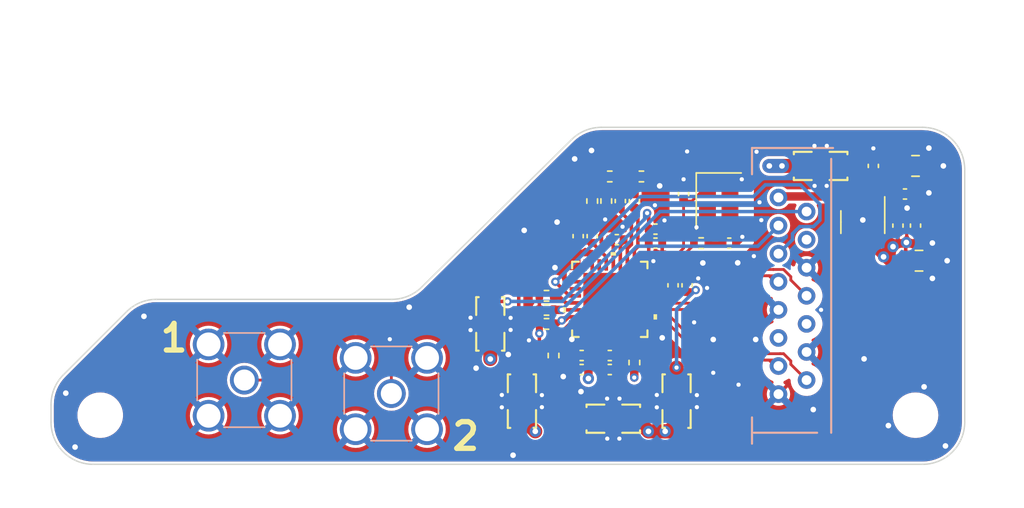
<source format=kicad_pcb>
(kicad_pcb (version 20211014) (generator pcbnew)
  (layers (0 "F.Cu" signal) (1 "In1.Cu" signal) (2 "In2.Cu" signal) (31 "B.Cu" signal) (34 "B.Paste" user) (35 "F.Paste" user) (36 "B.SilkS" user "B.Silkscreen") (37 "F.SilkS" user "F.Silkscreen") (38 "B.Mask" user) (39 "F.Mask" user) (44 "Edge.Cuts" user))
  (net 0 "")
  (net 1 "GND")
  (net 2 "+3V3")
  (net 3 "+1V8")
  (net 4 "Net-(C13-Pad2)")
  (net 5 "Net-(C13-Pad1)")
  (net 6 "video1")
  (net 7 "video5")
  (net 8 "video2")
  (net 9 "video6")
  (net 10 "video3")
  (net 14 "video7")
  (net 15 "video4")
  (net 16 "video8")
  (net 17 "CD0-")
  (net 18 "CD0+")
  (net 19 "CD1-")
  (net 20 "CD1+")
  (net 21 "CLK-")
  (net 22 "CLK+")
  (net 23 "PWR_EN")
  (net 24 "LED_EN")
  (net 25 "SCL")
  (net 26 "SDA")
  (net 27 "video_in2")
  (net 28 "video_in1")
  (net 29 "XN")
  (net 30 "XP")
  (net 31 "DVDDIO")
  (net 32 "MVDD")
  (net 33 "DVDD")
  (net 34 "PVDD")
  (net 35 "AVDD")
  (net 36 "INTRQ")
  (net 37 "Net-(R23-Pad1)")
  (net 38 "Net-(R2-Pad2)")
  (net 39 "Net-(R7-Pad2)")
  (net 40 "Net-(U1-Pad29)")
  (net 41 "Net-(U1-Pad32)")
  (footprint "Resistor_SMD:R_0402_1005Metric" (layer "F.Cu") (at 140.25 65.75 -90)
    (fp_text reference "R26")
    (fp_text value "4.7k")
  )
  (footprint "Capacitor_SMD:C_0805_2012Metric" (layer "F.Cu") (at 160.25 51.75 180)
    (fp_text reference "C22")
    (fp_text value "100μF")
  )
  (footprint "Capacitor_SMD:C_0402_1005Metric" (layer "F.Cu") (at 141.75 56.25 180)
    (fp_text reference "C10")
    (fp_text value "0.1μF")
  )
  (footprint "Capacitor_SMD:C_0402_1005Metric" (layer "F.Cu") (at 136.5 65.25)
    (fp_text reference "C1")
    (fp_text value "0.01μF")
  )
  (footprint "Resistor_SMD:R_0402_1005Metric" (layer "F.Cu") (at 138.5 52.5)
    (fp_text reference "R2")
    (fp_text value "24")
  )
  (footprint "Capacitor_SMD:C_0402_1005Metric" (layer "F.Cu") (at 138.5 65.25 180)
    (fp_text reference "C6")
    (fp_text value "0.01μF")
  )
  (footprint "Resistor_SMD:R_0402_1005Metric" (layer "F.Cu") (at 134.5 65.25 90)
    (fp_text reference "R6")
    (fp_text value "4.7k")
  )
  (footprint "AU:NFE31PT101C1E9L_MUR" (layer "F.Cu") (at 138.75 69.75)
    (fp_text reference "F3")
    (fp_text value "LC(PI)")
  )
  (footprint "Capacitor_SMD:C_0402_1005Metric" (layer "F.Cu") (at 139.25 54.25 90)
    (fp_text reference "C16")
    (fp_text value "0.1μF")
  )
  (footprint "Capacitor_SMD:C_0402_1005Metric" (layer "F.Cu") (at 159 56 -90)
    (fp_text reference "C26")
    (fp_text value "0.1μF")
  )
  (footprint "Package_TO_SOT_SMD:SOT-23-5" (layer "F.Cu") (at 156.5 55.75 -90)
    (fp_text reference "U2")
    (fp_text value "TLV75718PDBV")
  )
  (footprint "Resistor_SMD:R_0402_1005Metric" (layer "F.Cu") (at 140.75 52.5)
    (fp_text reference "R3")
    (fp_text value "51")
  )
  (footprint "Capacitor_SMD:C_0402_1005Metric" (layer "F.Cu") (at 139 57 180)
    (fp_text reference "C13")
    (fp_text value "0.1μF")
  )
  (footprint "Capacitor_SMD:C_0402_1005Metric" (layer "F.Cu") (at 140.25 54.25 90)
    (fp_text reference "C14")
    (fp_text value "0.1μF")
  )
  (footprint "AU:NFE31PT101C1E9L_MUR" (layer "F.Cu") (at 143.25 68.5 -90)
    (fp_text reference "F2")
    (fp_text value "LC(PI)")
  )
  (footprint "AU:NFE31PT101C1E9L_MUR" (layer "F.Cu") (at 130 63 -90)
    (fp_text reference "F4")
    (fp_text value "LC(PI)")
  )
  (footprint "Resistor_SMD:R_0402_1005Metric" (layer "F.Cu") (at 137.25 54.25 90)
    (fp_text reference "R7")
    (fp_text value "24")
  )
  (footprint "Capacitor_SMD:C_0402_1005Metric" (layer "F.Cu") (at 143.75 53.75 -90)
    (fp_text reference "C4")
    (fp_text value "20pF")
  )
  (footprint "Resistor_SMD:R_0402_1005Metric" (layer "F.Cu") (at 145 57.25 180)
    (fp_text reference "R23")
    (fp_text value "560")
  )
  (footprint "Resistor_SMD:R_0402_1005Metric" (layer "F.Cu") (at 138.25 54.25 -90)
    (fp_text reference "R9")
    (fp_text value "51")
  )
  (footprint "Capacitor_SMD:C_0805_2012Metric" (layer "F.Cu") (at 160.5 58.5 180)
    (fp_text reference "C23")
    (fp_text value "100μF")
  )
  (footprint "Capacitor_SMD:C_0402_1005Metric" (layer "F.Cu") (at 157.25 51.75 -90)
    (fp_text reference "C25")
    (fp_text value "0.1μF")
  )
  (footprint "Resistor_SMD:R_0402_1005Metric" (layer "F.Cu") (at 134 63 180)
    (fp_text reference "R24")
    (fp_text value "4.7k")
  )
  (footprint "AU:NFE31PT101C1E9L_MUR" (layer "F.Cu") (at 153.5 51.75)
    (fp_text reference "F1")
    (fp_text value "LC(PI)")
  )
  (footprint "Capacitor_SMD:C_0402_1005Metric" (layer "F.Cu") (at 143 60.25 -90)
    (fp_text reference "C3")
    (fp_text value "0.01μF")
  )
  (footprint "Capacitor_SMD:C_0402_1005Metric" (layer "F.Cu") (at 137.25 56.75 -90)
    (fp_text reference "C11")
    (fp_text value "0.01μF")
  )
  (footprint "Capacitor_SMD:C_0402_1005Metric" (layer "F.Cu") (at 136.25 56.75 -90)
    (fp_text reference "C12")
    (fp_text value "0.1μF")
  )
  (footprint "AU:CP_32_12_ADI" (layer "F.Cu") (at 138.5 61.25 90)
    (fp_text reference "U1")
    (fp_text value "ADV7280AWBCPZ-M")
  )
  (footprint "Resistor_SMD:R_0402_1005Metric" (layer "F.Cu") (at 134 62 180)
    (fp_text reference "R25")
    (fp_text value "4.7k")
  )
  (footprint "Resistor_SMD:R_0402_1005Metric" (layer "F.Cu") (at 134 61 180)
    (fp_text reference "R1")
    (fp_text value "4.7k")
  )
  (footprint "AU:NFE31PT101C1E9L_MUR" (layer "F.Cu") (at 132.25 68.5 -90)
    (fp_text reference "F5")
    (fp_text value "LC(PI)")
  )
  (footprint "Capacitor_SMD:C_0402_1005Metric" (layer "F.Cu") (at 160.25 56 -90)
    (fp_text reference "C27")
    (fp_text value "0.01μF")
  )
  (footprint "Capacitor_SMD:C_0402_1005Metric" (layer "F.Cu") (at 144 60.25 -90)
    (fp_text reference "C5")
    (fp_text value "0.1μF")
  )
  (footprint "Capacitor_SMD:C_0402_1005Metric" (layer "F.Cu") (at 136.5 66.25)
    (fp_text reference "C2")
    (fp_text value "0.1μF")
  )
  (footprint "Capacitor_SMD:C_0402_1005Metric" (layer "F.Cu") (at 141.75 57.25 180)
    (fp_text reference "C9")
    (fp_text value "0.01μF")
  )
  (footprint "Capacitor_SMD:C_0402_1005Metric" (layer "F.Cu") (at 147 57.25 180)
    (fp_text reference "C7")
    (fp_text value "20pF")
  )
  (footprint "Capacitor_SMD:C_0402_1005Metric" (layer "F.Cu") (at 138.5 66.25 180)
    (fp_text reference "C8")
    (fp_text value "0.1μF")
  )
  (footprint "Capacitor_SMD:C_0402_1005Metric" (layer "F.Cu") (at 159.5 53.75 180)
    (fp_text reference "C24")
    (fp_text value "0.01μF")
  )
  (footprint "Crystal:Crystal_SMD_SeikoEpson_FA238-4Pin_3.2x2.5mm" (layer "F.Cu") (at 146.25 54.25 -90)
    (fp_text reference "Y1")
    (fp_text value "28.63636MHz")
  )
  (footprint "AU:PIZERO_OUTLINE" (layer "B.Cu") (at 131.25 58 180)
    (fp_text reference "REF**")
    (fp_text value "MODULE_ADA3708")
    (fp_line (start -29.5 -15) (end 29.5 -15) (layer "Edge.Cuts") (width 0.1))
    (fp_arc (start 29.5 -15) (mid 31.62132 -14.12132) (end 32.5 -12) (layer "Edge.Cuts") (width 0.1))
    (fp_arc (start -32.5 -12) (mid -31.62132 -14.12132) (end -29.5 -15) (layer "Edge.Cuts") (width 0.1))
  )
  (footprint "AU:528061510" (layer "B.Cu") (at 151.5 61 90)
    (fp_text reference "J3")
    (fp_text value "SFW15R-1STE1LF")
  )
  (footprint "Connector_Coaxial:SMA_Amphenol_901-144_Vertical" (layer "B.Cu") (at 122.96 67.96 90)
    (fp_text reference "J2")
    (fp_text value "Conn_Coaxial")
  )
  (footprint "Connector_Coaxial:SMA_Amphenol_901-144_Vertical" (layer "B.Cu") (at 112.5 67 90)
    (fp_text reference "J1")
    (fp_text value "Conn_Coaxial")
  )
  (gr_line (start 135.77673 49.87868) (end 125.12132 60.37132) (layer "Edge.Cuts") (width 0.1))
  (gr_line (start 163.75 70) (end 163.75 52) (layer "Edge.Cuts") (width 0.1))
  (gr_arc (start 104.12868 62.12868) (mid 105.10195 61.478362) (end 106.25 61.25) (layer "Edge.Cuts") (width 0.1))
  (gr_line (start 98.75 70) (end 98.75 68.75) (layer "Edge.Cuts") (width 0.1))
  (gr_line (start 160.75 49) (end 137.89805 49) (layer "Edge.Cuts") (width 0.1))
  (gr_arc (start 160.75 49) (mid 162.87132 49.87868) (end 163.75 52) (layer "Edge.Cuts") (width 0.1))
  (gr_arc (start 135.77673 49.87868) (mid 136.75 49.228362) (end 137.89805 49) (layer "Edge.Cuts") (width 0.1))
  (gr_arc (start 125.12132 60.37132) (mid 124.14805 61.021638) (end 123 61.25) (layer "Edge.Cuts") (width 0.1))
  (gr_arc (start 98.75 68.75) (mid 98.978361 67.60195) (end 99.62868 66.62868) (layer "Edge.Cuts") (width 0.1))
  (gr_line (start 123 61.25) (end 106.25 61.25) (layer "Edge.Cuts") (width 0.1))
  (gr_line (start 104.12868 62.12868) (end 99.62868 66.62868) (layer "Edge.Cuts") (width 0.1))
  (gr_text "2" (at 128.25 71) (layer "F.SilkS") (effects (font (size 1.9 1.9) (thickness 0.38))))
  (gr_text "1" (at 107.5 64) (layer "F.SilkS") (effects (font (size 1.9 1.9) (thickness 0.38))))
  (segment (start 147.4423 53.15) (end 147.89 52.7023) (width 0.6) (layer "F.Cu") (net 1))
  (segment (start 147.05 53.15) (end 147.4423 53.15) (width 0.6) (layer "F.Cu") (net 1))
  (segment (start 138.75 68.76) (end 138.31 68.32) (width 0.5) (layer "F.Cu") (net 1))
  (segment (start 159.625 54.775) (end 159.625 55.475) (width 0.3) (layer "F.Cu") (net 1))
  (segment (start 153.5 50.76) (end 153.06 50.32) (width 0.5) (layer "F.Cu") (net 1))
  (segment (start 138.31 68.32) (end 139.19 68.32) (width 0.5) (layer "F.Cu") (net 1))
  (segment (start 153.5 50.76) (end 153.94 50.32) (width 0.5) (layer "F.Cu") (net 1))
  (segment (start 153.06 50.32) (end 153.94 50.32) (width 0.5) (layer "F.Cu") (net 1))
  (segment (start 138.75 70.74) (end 139.18 71.17) (width 0.5) (layer "F.Cu") (net 1))
  (segment (start 156.5 55.24) (end 156.06 55.68) (width 0.6) (layer "F.Cu") (net 1))
  (segment (start 156.5 54.6125) (end 156.5 55.6) (width 0.6) (layer "F.Cu") (net 1))
  (segment (start 138.64 64.68) (end 138.98 65.02) (width 0.25) (layer "F.Cu") (net 1))
  (segment (start 159.65 54.75) (end 159.625 54.775) (width 0.3) (layer "F.Cu") (net 1))
  (segment (start 144.265 68.5) (end 144.695 68.07) (width 0.5) (layer "F.Cu") (net 1))
  (segment (start 138.25 63.26) (end 138.55 62.96) (width 0.25) (layer "F.Cu") (net 1))
  (segment (start 132.25 68.5) (end 133.24 68.5) (width 0.5) (layer "F.Cu") (net 1))
  (segment (start 131.26 68.5) (end 130.82 68.06) (width 0.5) (layer "F.Cu") (net 1))
  (segment (start 143.275 68.5) (end 142.285 68.5) (width 0.5) (layer "F.Cu") (net 1))
  (segment (start 142.285 68.5) (end 141.845 68.06) (width 0.5) (layer "F.Cu") (net 1))
  (segment (start 156.5 54.6125) (end 156.5 55.24) (width 0.6) (layer "F.Cu") (net 1))
  (segment (start 141.845 68.94) (end 141.845 68.06) (width 0.5) (layer "F.Cu") (net 1))
  (segment (start 138.25 63.27) (end 137.99 63.01) (width 0.25) (layer "F.Cu") (net 1))
  (segment (start 128.595 63.44) (end 128.595 62.56) (width 0.5) (layer "F.Cu") (net 1))
  (segment (start 138.75 68.76) (end 139.19 68.32) (width 0.5) (layer "F.Cu") (net 1))
  (segment (start 130.025 63) (end 129.035 63) (width 0.5) (layer "F.Cu") (net 1))
  (segment (start 133.67 68.93) (end 133.67 68.07) (width 0.5) (layer "F.Cu") (net 1))
  (segment (start 144.68 56.12) (end 144.67 56.12) (width 0.6) (layer "F.Cu") (net 1))
  (segment (start 138.25 64.52) (end 138.98 65.25) (width 0.25) (layer "F.Cu") (net 1))
  (segment (start 143 59.77) (end 144 59.77) (width 0.25) (layer "F.Cu") (net 1))
  (segment (start 138.25 63.7011) (end 138.25 63.26) (width 0.25) (layer "F.Cu") (net 1))
  (segment (start 138.75 69.75) (end 138.75 68.76) (width 0.5) (layer "F.Cu") (net 1))
  (segment (start 138.25 63.7011) (end 138.25 64.52) (width 0.25) (layer "F.Cu") (net 1))
  (segment (start 129.035 63) (end 128.595 63.44) (width 0.5) (layer "F.Cu") (net 1))
  (segment (start 145.45 55.35) (end 144.68 56.12) (width 0.6) (layer "F.Cu") (net 1))
  (segment (start 142.39 55.63) (end 142.39 56.09) (width 0.6) (layer "F.Cu") (net 1))
  (segment (start 143.75 53.27) (end 143.75 52.7023) (width 0.5) (layer "F.Cu") (net 1))
  (segment (start 143.275 68.5) (end 144.265 68.5) (width 0.5) (layer "F.Cu") (net 1))
  (segment (start 136.750001 63.269999) (end 137.02 63) (width 0.25) (layer "F.Cu") (net 1))
  (segment (start 133.24 68.5) (end 133.67 68.07) (width 0.5) (layer "F.Cu") (net 1))
  (segment (start 138.98 65.02) (end 138.98 65.25) (width 0.25) (layer "F.Cu") (net 1))
  (segment (start 136.750001 63.7011) (end 136.750001 62.999999) (width 0.25) (layer "F.Cu") (net 1))
  (segment (start 129.035 63) (end 128.595 62.56) (width 0.5) (layer "F.Cu") (net 1))
  (segment (start 133.24 68.5) (end 133.67 68.93) (width 0.5) (layer "F.Cu") (net 1))
  (segment (start 142.39 55.63) (end 142.39 55.8) (width 0.6) (layer "F.Cu") (net 1))
  (segment (start 136.750001 62.999999) (end 138.5 61.25) (width 0.25) (layer "F.Cu") (net 1))
  (segment (start 147.7977 52.7023) (end 147.57 52.93) (width 0.6) (layer "F.Cu") (net 1))
  (segment (start 147.89 52.7023) (end 147.7977 52.7023) (width 0.6) (layer "F.Cu") (net 1))
  (segment (start 144.695 68.93) (end 144.695 68.07) (width 0.5) (layer "F.Cu") (net 1))
  (segment (start 138.25 61.5) (end 138.5 61.25) (width 0.25) (layer "F.Cu") (net 1))
  (segment (start 131.015 63) (end 131.445 63.43) (width 0.5) (layer "F.Cu") (net 1))
  (segment (start 153.5 52.74) (end 153.07 53.17) (width 0.5) (layer "F.Cu") (net 1))
  (segment (start 153.5 51.75) (end 153.5 50.76) (width 0.5) (layer "F.Cu") (net 1))
  (segment (start 131.445 63.43) (end 131.445 62.57) (width 0.5) (layer "F.Cu") (net 1))
  (segment (start 131.26 68.5) (end 130.82 68.94) (width 0.5) (layer "F.Cu") (net 1))
  (segment (start 156.5 55.24) (end 156.88 55.62) (width 0.6) (layer "F.Cu") (net 1))
  (segment (start 142.285 68.5) (end 141.845 68.94) (width 0.5) (layer "F.Cu") (net 1))
  (segment (start 131.015 63) (end 131.445 62.57) (width 0.5) (layer "F.Cu") (net 1))
  (segment (start 138.25 63.7011) (end 138.25 63.27) (width 0.25) (layer "F.Cu") (net 1))
  (segment (start 159 55.52) (end 160.25 55.52) (width 0.25) (layer "F.Cu") (net 1))
  (segment (start 130.025 63) (end 131.015 63) (width 0.5) (layer "F.Cu") (net 1))
  (segment (start 138.25 63.7011) (end 138.25 61.5) (width 0.25) (layer "F.Cu") (net 1))
  (segment (start 153.07 53.17) (end 153.93 53.17) (width 0.5) (layer "F.Cu") (net 1))
  (segment (start 142.39 56.09) (end 142.23 56.25) (width 0.6) (layer "F.Cu") (net 1))
  (segment (start 147.48 57.25) (end 147.93 56.8) (width 0.5) (layer "F.Cu") (net 1))
  (segment (start 132.25 68.5) (end 131.26 68.5) (width 0.5) (layer "F.Cu") (net 1))
  (segment (start 153.5 52.74) (end 153.93 53.17) (width 0.5) (layer "F.Cu") (net 1))
  (segment (start 138.75 69.75) (end 138.75 70.74) (width 0.5) (layer "F.Cu") (net 1))
  (segment (start 144.265 68.5) (end 144.695 68.93) (width 0.5) (layer "F.Cu") (net 1))
  (segment (start 153.5 51.75) (end 153.5 52.74) (width 0.5) (layer "F.Cu") (net 1))
  (segment (start 136.750001 63.7011) (end 136.750001 63.269999) (width 0.25) (layer "F.Cu") (net 1))
  (segment (start 138.75 70.74) (end 138.32 71.17) (width 0.5) (layer "F.Cu") (net 1))
  (via (at 157.25 50.5) (size 0.6) (drill 0.3) (layers "F.Cu" "B.Cu") (net 1))
  (via (at 130.82 68.94) (size 0.6) (drill 0.3) (layers "F.Cu" "B.Cu") (net 1))
  (via (at 99.8 67.93) (size 0.8) (drill 0.4) (layers "F.Cu" "B.Cu") (net 1))
  (via (at 159.65 54.75) (size 0.8) (drill 0.4) (layers "F.Cu" "B.Cu") (net 1))
  (via (at 145.42 60.44) (size 0.6) (drill 0.3) (layers "F.Cu" "B.Cu") (net 1))
  (via (at 148.94 50.74) (size 0.6) (drill 0.3) (layers "F.Cu" "B.Cu") (net 1))
  (via (at 136 51.25) (size 0.8) (drill 0.4) (layers "F.Cu" "B.Cu") (net 1))
  (via (at 161.2 53.67) (size 0.8) (drill 0.4) (layers "F.Cu" "B.Cu") (net 1))
  (via (at 139.19 68.32) (size 0.6) (drill 0.3) (layers "F.Cu" "B.Cu") (net 1))
  (via (at 135.19 66.75) (size 0.8) (drill 0.4) (layers "F.Cu" "B.Cu") (net 1))
  (via (at 141.6 58.53) (size 0.6) (drill 0.3) (layers "F.Cu" "B.Cu") (net 1))
  (via (at 134.75 55.75) (size 0.8) (drill 0.4) (layers "F.Cu" "B.Cu") (net 1))
  (via (at 133.67 68.93) (size 0.6) (drill 0.3) (layers "F.Cu" "B.Cu") (net 1))
  (via (at 132.41 56.34) (size 0.8) (drill 0.4) (layers "F.Cu" "B.Cu") (net 1))
  (via (at 158.32 70.24) (size 0.8) (drill 0.4) (layers "F.Cu" "B.Cu") (net 1))
  (via (at 145.86 66.48) (size 0.6) (drill 0.3) (layers "F.Cu" "B.Cu") (net 1))
  (via (at 134.6 58.99) (size 0.8) (drill 0.4) (layers "F.Cu" "B.Cu") (net 1))
  (via (at 142.23 63.99) (size 0.8) (drill 0.4) (layers "F.Cu" "B.Cu") (net 1))
  (via (at 156.5 55.6) (size 0.8) (drill 0.4) (layers "F.Cu" "B.Cu") (net 1))
  (via (at 128.595 63.44) (size 0.6) (drill 0.3) (layers "F.Cu" "B.Cu") (net 1))
  (via (at 141.845 68.06) (size 0.6) (drill 0.3) (layers "F.Cu" "B.Cu") (net 1))
  (via (at 147.6 58.65) (size 0.8) (drill 0.4) (layers "F.Cu" "B.Cu") (net 1))
  (via (at 144.695 68.07) (size 0.6) (drill 0.3) (layers "F.Cu" "B.Cu") (net 1))
  (via (at 160.86 67.48) (size 0.8) (drill 0.4) (layers "F.Cu" "B.Cu") (net 1))
  (via (at 161.2 50.48) (size 0.8) (drill 0.4) (layers "F.Cu" "B.Cu") (net 1))
  (via (at 105.36 62.46) (size 0.8) (drill 0.4) (layers "F.Cu" "B.Cu") (net 1))
  (via (at 144.5 62.89) (size 0.6) (drill 0.3) (layers "F.Cu" "B.Cu") (net 1))
  (via (at 162.38 71.69) (size 0.8) (drill 0.4) (layers "F.Cu" "B.Cu") (net 1))
  (via (at 137.2 50.65) (size 0.8) (drill 0.4) (layers "F.Cu" "B.Cu") (net 1))
  (via (at 130.82 68.06) (size 0.6) (drill 0.3) (layers "F.Cu" "B.Cu") (net 1))
  (via (at 139.18 71.17) (size 0.6) (drill 0.3) (layers "F.Cu" "B.Cu") (net 1))
  (via (at 153.93 53.17) (size 0.6) (drill 0.3) (layers "F.Cu" "B.Cu") (net 1))
  (via (at 128.595 62.56) (size 0.6) (drill 0.3) (layers "F.Cu" "B.Cu") (net 1))
  (via (at 144 50.72) (size 0.6) (drill 0.3) (layers "F.Cu" "B.Cu") (net 1))
  (via (at 143.75 52.7023) (size 0.6) (drill 0.3) (layers "F.Cu" "B.Cu") (net 1))
  (via (at 149.15 54.34) (size 0.6) (drill 0.3) (layers "F.Cu" "B.Cu") (net 1))
  (via (at 132.75 64.17) (size 0.6) (drill 0.3) (layers "F.Cu" "B.Cu") (net 1))
  (via (at 131.445 63.43) (size 0.6) (drill 0.3) (layers "F.Cu" "B.Cu") (net 1))
  (via (at 133.67 68.07) (size 0.6) (drill 0.3) (layers "F.Cu" "B.Cu") (net 1))
  (via (at 138.17 55.56) (size 0.6) (drill 0.3) (layers "F.Cu" "B.Cu") (net 1))
  (via (at 144.67 56.12) (size 0.6) (drill 0.3) (layers "F.Cu" "B.Cu") (net 1))
  (via (at 100.46 71.77) (size 0.8) (drill 0.4) (layers "F.Cu" "B.Cu") (net 1))
  (via (at 152.975 69.1) (size 0.8) (drill 0.4) (layers "F.Cu" "B.Cu") (net 1))
  (via (at 156.59 65.49) (size 0.8) (drill 0.4) (layers "F.Cu" "B.Cu") (net 1))
  (via (at 131.28 65.18) (size 0.8) (drill 0.4) (layers "F.Cu" "B.Cu") (net 1))
  (via (at 141.845 68.94) (size 0.6) (drill 0.3) (layers "F.Cu" "B.Cu") (net 1))
  (via (at 153.06 50.32) (size 0.6) (drill 0.3) (layers "F.Cu" "B.Cu") (net 1))
  (via (at 148.75 58.175) (size 0.6) (drill 0.3) (layers "F.Cu" "B.Cu") (net 1))
  (via (at 162.5 58.5) (size 0.8) (drill 0.4) (layers "F.Cu" "B.Cu") (net 1))
  (via (at 131.445 62.57) (size 0.6) (drill 0.3) (layers "F.Cu" "B.Cu") (net 1))
  (via (at 136.45 67.82) (size 0.8) (drill 0.4) (layers "F.Cu" "B.Cu") (net 1))
  (via (at 153.53 62) (size 0.6) (drill 0.3) (layers "F.Cu" "B.Cu") (net 1))
  (via (at 153.07 53.17) (size 0.6) (drill 0.3) (layers "F.Cu" "B.Cu") (net 1))
  (via (at 139.41 56.08) (size 0.6) (drill 0.3) (layers "F.Cu" "B.Cu") (net 1))
  (via (at 131.62 72.35) (size 0.8) (drill 0.4) (layers "F.Cu" "B.Cu") (net 1))
  (via (at 142.39 55.63) (size 0.6) (drill 0.3) (layers "F.Cu" "B.Cu") (net 1))
  (via (at 141.71 54.55) (size 0.6) (drill 0.3) (layers "F.Cu" "B.Cu") (net 1))
  (via (at 144.695 68.93) (size 0.6) (drill 0.3) (layers "F.Cu" "B.Cu") (net 1))
  (via (at 124.23 61.81) (size 0.8) (drill 0.4) (layers "F.Cu" "B.Cu") (net 1))
  (via (at 145.12 58.66) (size 0.8) (drill 0.4) (layers "F.Cu" "B.Cu") (net 1))
  (via (at 135.8 64.1) (size 0.8) (drill 0.4) (layers "F.Cu" "B.Cu") (net 1))
  (via (at 153.94 50.32) (size 0.6) (drill 0.3) (layers "F.Cu" "B.Cu") (net 1))
  (via (at 138.31 68.32) (size 0.6) (drill 0.3) (layers "F.Cu" "B.Cu") (net 1))
  (via (at 161.45 57.24) (size 0.8) (drill 0.4) (layers "F.Cu" "B.Cu") (net 1))
  (via (at 142.05 53.17) (size 0.8) (drill 0.4) (layers "F.Cu" "B.Cu") (net 1))
  (via (at 161.45 59.76) (size 0.8) (drill 0.4) (layers "F.Cu" "B.Cu") (net 1))
  (via (at 147.93 56.8) (size 0.6) (drill 0.3) (layers "F.Cu" "B.Cu") (net 1))
  (via (at 145.86 64.11) (size 0.8) (drill 0.4) (layers "F.Cu" "B.Cu") (net 1))
  (via (at 144.79 59.76) (size 0.6) (drill 0.3) (layers "F.Cu" "B.Cu") (net 1))
  (via (at 128.99 66.15) (size 0.8) (drill 0.4) (layers "F.Cu" "B.Cu") (net 1))
  (via (at 162.23 51.75) (size 0.8) (drill 0.4) (layers "F.Cu" "B.Cu") (net 1))
  (via (at 148.88 64.11) (size 0.8) (drill 0.4) (layers "F.Cu" "B.Cu") (net 1))
  (via (at 138.32 71.17) (size 0.6) (drill 0.3) (layers "F.Cu" "B.Cu") (net 1))
  (via (at 122.85 64.09) (size 0.6) (drill 0.3) (layers "F.Cu" "B.Cu") (net 1))
  (via (at 147.66 67.33) (size 0.6) (drill 0.3) (layers "F.Cu" "B.Cu") (net 1))
  (via (at 147.89 52.7023) (size 0.6) (drill 0.3) (layers "F.Cu" "B.Cu") (net 1))
  (via (at 149.28 55.61) (size 0.6) (drill 0.3) (layers "F.Cu" "B.Cu") (net 1))
  (segment (start 157.25 52.23) (end 156.23 52.23) (width 0.3) (layer "F.Cu") (net 2))
  (segment (start 158.51 51.75) (end 159.3 51.75) (width 0.3) (layer "F.Cu") (net 2))
  (segment (start 150.577689 53.922311) (end 154.672311 53.922311) (width 0.6) (layer "F.Cu") (net 2))
  (segment (start 156.23 52.23) (end 155.75 51.75) (width 0.3) (layer "F.Cu") (net 2))
  (segment (start 158.03 52.23) (end 158.51 51.75) (width 0.3) (layer "F.Cu") (net 2))
  (segment (start 154.672311 53.922311) (end 154.75 54) (width 0.6) (layer "F.Cu") (net 2))
  (segment (start 157.25 52.23) (end 158.03 52.23) (width 0.3) (layer "F.Cu") (net 2))
  (segment (start 155.75 51.75) (end 155.100001 51.75) (width 0.3) (layer "F.Cu") (net 2))
  (segment (start 150.5 54) (end 150.577689 53.922311) (width 0.6) (layer "F.Cu") (net 2))
  (segment (start 150.5 54) (end 150.527311 53.972689) (width 0.5) (layer "F.Cu") (net 2))
  (segment (start 158.0325 56.8875) (end 158.1525 56.8875) (width 0.6) (layer "F.Cu") (net 3))
  (segment (start 157.975 58.225) (end 158.5 58.75) (width 0.6) (layer "F.Cu") (net 3))
  (segment (start 130 64.600001) (end 130 65.5) (width 1) (layer "F.Cu") (net 3))
  (segment (start 142.44 70.65) (end 141.25 70.65) (width 1) (layer "F.Cu") (net 3))
  (segment (start 142.700001 70.65) (end 142.44 70.65) (width 1) (layer "F.Cu") (net 3))
  (segment (start 140.350001 69.75) (end 141.25 70.65) (width 1) (layer "F.Cu") (net 3))
  (segment (start 158.0325 56.8875) (end 158.44 56.48) (width 0.6) (layer "F.Cu") (net 3))
  (segment (start 157.45 56.8875) (end 158.0325 56.8875) (width 0.6) (layer "F.Cu") (net 3))
  (segment (start 158.1525 56.8875) (end 158.48 56.56) (width 0.6) (layer "F.Cu") (net 3))
  (segment (start 158.5 58.75) (end 158.75 59) (width 0.6) (layer "F.Cu") (net 3))
  (segment (start 133.2 70.65) (end 132.650001 70.100001) (width 1) (layer "F.Cu") (net 3))
  (segment (start 132.650001 70.100001) (end 132.25 70.100001) (width 1) (layer "F.Cu") (net 3))
  (segment (start 143.25 70.100001) (end 142.700001 70.65) (width 1) (layer "F.Cu") (net 3))
  (segment (start 158.5 58.75) (end 159.25 58.75) (width 0.6) (layer "F.Cu") (net 3))
  (segment (start 158.75 59) (end 159.75 59) (width 0.6) (layer "F.Cu") (net 3))
  (segment (start 158.44 56.48) (end 159 56.48) (width 0.6) (layer "F.Cu") (net 3))
  (segment (start 157.45 56.8875) (end 157.45 57.7) (width 0.6) (layer "F.Cu") (net 3))
  (segment (start 157.45 57.7) (end 157.975 58.225) (width 0.6) (layer "F.Cu") (net 3))
  (via (at 159.6 57.2) (size 0.8) (drill 0.4) (layers "F.Cu" "B.Cu") (net 3))
  (via (at 158.65 57.5) (size 0.8) (drill 0.4) (layers "F.Cu" "B.Cu") (net 3))
  (via (at 157.975 58.225) (size 0.8) (drill 0.4) (layers "F.Cu" "B.Cu") (net 3))
  (via (at 141.25 70.65) (size 0.8) (drill 0.4) (layers "F.Cu" "B.Cu") (net 3))
  (via (at 142.44 70.65) (size 0.8) (drill 0.4) (layers "F.Cu" "B.Cu") (net 3))
  (via (at 133.2 70.65) (size 0.8) (drill 0.4) (layers "F.Cu" "B.Cu") (net 3))
  (via (at 130 65.5) (size 0.8) (drill 0.4) (layers "F.Cu" "B.Cu") (net 3))
  (segment (start 138.75 57.62) (end 138.75 57.23) (width 0.25) (layer "F.Cu") (net 4))
  (segment (start 138.75 57.42) (end 138.49 57.16) (width 0.25) (layer "F.Cu") (net 4))
  (segment (start 138.75 57.62) (end 138.75 57.42) (width 0.25) (layer "F.Cu") (net 4))
  (segment (start 138.75 57.23) (end 138.52 57) (width 0.25) (layer "F.Cu") (net 4))
  (segment (start 138.75 58.7989) (end 138.75 57.62) (width 0.25) (layer "F.Cu") (net 4))
  (segment (start 139.250001 57.419999) (end 139.52 57.15) (width 0.25) (layer "F.Cu") (net 5))
  (segment (start 139.250001 57.419999) (end 139.250001 57.229999) (width 0.25) (layer "F.Cu") (net 5))
  (segment (start 139.52 57.15) (end 139.52 57.12) (width 0.25) (layer "F.Cu") (net 5))
  (segment (start 139.250001 57.229999) (end 139.48 57) (width 0.25) (layer "F.Cu") (net 5))
  (segment (start 139.250001 58.7989) (end 139.250001 57.419999) (width 0.25) (layer "F.Cu") (net 5))
  (segment (start 140.5 55.21) (end 140.5 54.98) (width 0.25) (layer "F.Cu") (net 6))
  (segment (start 140.5 54.98) (end 140.25 54.73) (width 0.25) (layer "F.Cu") (net 6))
  (segment (start 140.5 55.21) (end 140.18 54.89) (width 0.25) (layer "F.Cu") (net 6))
  (segment (start 140.18 54.89) (end 140.18 54.83) (width 0.25) (layer "F.Cu") (net 6))
  (segment (start 140.249999 58.7989) (end 140.25 57.75) (width 0.25) (layer "F.Cu") (net 6))
  (segment (start 140.25 57.75) (end 140.5 57.5) (width 0.25) (layer "F.Cu") (net 6))
  (segment (start 140.5 57.5) (end 140.5 55.21) (width 0.25) (layer "F.Cu") (net 6))
  (segment (start 139.43 55.18) (end 139.43 54.73) (width 0.25) (layer "F.Cu") (net 8))
  (segment (start 139.75 58.7989) (end 139.75 57.630179) (width 0.25) (layer "F.Cu") (net 8))
  (segment (start 139.75 57.630179) (end 140.03732 57.342859) (width 0.25) (layer "F.Cu") (net 8))
  (segment (start 139.43 55.18) (end 139.11 54.86) (width 0.25) (layer "F.Cu") (net 8))
  (segment (start 140.03732 57.342859) (end 140.03732 55.78732) (width 0.25) (layer "F.Cu") (net 8))
  (segment (start 139.11 54.86) (end 139.11 54.8) (width 0.25) (layer "F.Cu") (net 8))
  (segment (start 140.03732 55.78732) (end 139.43 55.18) (width 0.25) (layer "F.Cu") (net 8))
  (segment (start 145.440155 65.121955) (end 150.621955 65.121955) (width 0.2) (layer "F.Cu") (net 17))
  (segment (start 141.560701 62.5) (end 141.585701 62.525) (width 0.2) (layer "F.Cu") (net 17))
  (segment (start 140.9511 62.5) (end 141.560701 62.5) (width 0.2) (layer "F.Cu") (net 17))
  (segment (start 150.621955 65.121955) (end 150.622689 65.122689) (width 0.2) (layer "F.Cu") (net 17))
  (segment (start 141.585701 62.525) (end 142.8432 62.525) (width 0.2) (layer "F.Cu") (net 17))
  (segment (start 142.8432 62.525) (end 145.440155 65.121955) (width 0.2) (layer "F.Cu") (net 17))
  (segment (start 150.863395 65.122689) (end 151.377311 65.636605) (width 0.2) (layer "F.Cu") (net 17))
  (segment (start 150.622689 65.122689) (end 150.863395 65.122689) (width 0.2) (layer "F.Cu") (net 17))
  (segment (start 151.377311 65.877311) (end 152.5 67) (width 0.2) (layer "F.Cu") (net 17))
  (segment (start 151.377311 65.636605) (end 151.377311 65.877311) (width 0.2) (layer "F.Cu") (net 17))
  (segment (start 148.911955 65.571955) (end 149.548045 65.571955) (width 0.2) (layer "F.Cu") (net 18))
  (segment (start 148.561955 66.271955) (end 148.561955 65.871955) (width 0.2) (layer "F.Cu") (net 18))
  (segment (start 141.560701 62.999999) (end 141.585701 62.974999) (width 0.2) (layer "F.Cu") (net 18))
  (segment (start 150.5 65.636397) (end 150.5 66) (width 0.2) (layer "F.Cu") (net 18))
  (segment (start 140.9511 62.999999) (end 141.560701 62.999999) (width 0.2) (layer "F.Cu") (net 18))
  (segment (start 147.361955 66.271955) (end 147.361955 65.871955) (width 0.2) (layer "F.Cu") (net 18))
  (segment (start 146.761955 65.871955) (end 146.761955 66.271955) (width 0.2) (layer "F.Cu") (net 18))
  (segment (start 150.435558 65.571955) (end 150.5 65.636397) (width 0.2) (layer "F.Cu") (net 18))
  (segment (start 141.585701 62.974999) (end 142.656799 62.974999) (width 0.2) (layer "F.Cu") (net 18))
  (segment (start 142.656799 62.974999) (end 145.253755 65.571955) (width 0.2) (layer "F.Cu") (net 18))
  (segment (start 147.961955 65.871955) (end 147.961955 66.271955) (width 0.2) (layer "F.Cu") (net 18))
  (segment (start 149.548045 65.571955) (end 149.831955 65.571955) (width 0.2) (layer "F.Cu") (net 18))
  (segment (start 145.253755 65.571955) (end 146.461955 65.571955) (width 0.2) (layer "F.Cu") (net 18))
  (segment (start 148.861955 65.571955) (end 148.911955 65.571955) (width 0.2) (layer "F.Cu") (net 18))
  (segment (start 149.831955 65.571955) (end 150.09 65.83) (width 0.2) (layer "F.Cu") (net 18))
  (segment (start 149.548045 65.571955) (end 150.435558 65.571955) (width 0.2) (layer "F.Cu") (net 18))
  (arc (start 148.261955 66.571955) (mid 148.474087 66.484087) (end 148.561955 66.271955) (width 0.2) (layer "F.Cu") (net 18))
  (arc (start 146.761955 66.271955) (mid 146.849823 66.484087) (end 147.061955 66.571955) (width 0.2) (layer "F.Cu") (net 18))
  (arc (start 147.661955 65.571955) (mid 147.874087 65.659823) (end 147.961955 65.871955) (width 0.2) (layer "F.Cu") (net 18))
  (arc (start 148.561955 65.871955) (mid 148.649823 65.659823) (end 148.861955 65.571955) (width 0.2) (layer "F.Cu") (net 18))
  (arc (start 146.461955 65.571955) (mid 146.674087 65.659823) (end 146.761955 65.871955) (width 0.2) (layer "F.Cu") (net 18))
  (arc (start 147.961955 66.271955) (mid 148.049823 66.484087) (end 148.261955 66.571955) (width 0.2) (layer "F.Cu") (net 18))
  (arc (start 147.361955 65.871955) (mid 147.449823 65.659823) (end 147.661955 65.571955) (width 0.2) (layer "F.Cu") (net 18))
  (arc (start 147.061955 66.571955) (mid 147.274087 66.484087) (end 147.361955 66.271955) (width 0.2) (layer "F.Cu") (net 18))
  (segment (start 150.5 64) (end 150.5 64.225682) (width 0.25) (layer "F.Cu") (net 19))
  (segment (start 141.560701 61.5) (end 140.9511 61.5) (width 0.2) (layer "F.Cu") (net 21))
  (segment (start 148.598213 59.123587) (end 146.196799 61.525001) (width 0.2) (layer "F.Cu") (net 21))
  (segment (start 151.377311 59.636605) (end 150.863395 59.122689) (width 0.2) (layer "F.Cu") (net 21))
  (segment (start 150.136605 59.122689) (end 150.135707 59.123587) (width 0.2) (layer "F.Cu") (net 21))
  (segment (start 141.585702 61.525001) (end 141.560701 61.5) (width 0.2) (layer "F.Cu") (net 21))
  (segment (start 150.135707 59.123587) (end 148.598213 59.123587) (width 0.2) (layer "F.Cu") (net 21))
  (segment (start 152.5 61) (end 151.377311 59.877311) (width 0.2) (layer "F.Cu") (net 21))
  (segment (start 151.377311 59.877311) (end 151.377311 59.636605) (width 0.2) (layer "F.Cu") (net 21))
  (segment (start 150.863395 59.122689) (end 150.136605 59.122689) (width 0.2) (layer "F.Cu") (net 21))
  (segment (start 146.196799 61.525001) (end 141.585702 61.525001) (width 0.2) (layer "F.Cu") (net 21))
  (segment (start 148.639244 59.718956) (end 148.784613 59.573587) (width 0.2) (layer "F.Cu") (net 22))
  (segment (start 149.633587 59.573587) (end 149.833587 59.573587) (width 0.2) (layer "F.Cu") (net 22))
  (segment (start 147.555361 60.802836) (end 147.555364 60.802836) (width 0.2) (layer "F.Cu") (net 22))
  (segment (start 148.055995 60.802836) (end 148.26247 61.009311) (width 0.2) (layer "F.Cu") (net 22))
  (segment (start 148.763101 60.508679) (end 148.556625 60.302203) (width 0.2) (layer "F.Cu") (net 22))
  (segment (start 146.3832 61.975) (end 146.5541 61.8041) (width 0.2) (layer "F.Cu") (net 22))
  (segment (start 147.761837 61.509943) (end 147.555361 61.303467) (width 0.2) (layer "F.Cu") (net 22))
  (segment (start 148.784613 59.573587) (end 149.633587 59.573587) (width 0.2) (layer "F.Cu") (net 22))
  (segment (start 148.055994 60.802836) (end 148.055995 60.802836) (width 0.2) (layer "F.Cu") (net 22))
  (segment (start 150.43719 59.573587) (end 150.5 59.636397) (width 0.2) (layer "F.Cu") (net 22))
  (segment (start 141.585702 61.975) (end 146.3832 61.975) (width 0.2) (layer "F.Cu") (net 22))
  (segment (start 148.556626 59.801572) (end 148.556625 59.801572) (width 0.2) (layer "F.Cu") (net 22))
  (segment (start 148.556625 59.801572) (end 148.556627 59.801572) (width 0.2) (layer "F.Cu") (net 22))
  (segment (start 147.761837 62.010574) (end 147.761837 62.010575) (width 0.2) (layer "F.Cu") (net 22))
  (segment (start 150.5 59.636397) (end 150.5 60) (width 0.2) (layer "F.Cu") (net 22))
  (segment (start 148.763101 61.00931) (end 148.763101 61.009311) (width 0.2) (layer "F.Cu") (net 22))
  (segment (start 141.560701 62.000001) (end 141.585702 61.975) (width 0.2) (layer "F.Cu") (net 22))
  (segment (start 149.833587 59.573587) (end 150.08 59.82) (width 0.2) (layer "F.Cu") (net 22))
  (segment (start 140.9511 62.000001) (end 141.560701 62.000001) (width 0.2) (layer "F.Cu") (net 22))
  (segment (start 147.05473 61.8041) (end 147.054731 61.8041) (width 0.2) (layer "F.Cu") (net 22))
  (segment (start 149.633587 59.573587) (end 150.43719 59.573587) (width 0.2) (layer "F.Cu") (net 22))
  (segment (start 147.555362 60.802836) (end 147.555361 60.802836) (width 0.2) (layer "F.Cu") (net 22))
  (segment (start 148.556627 59.801572) (end 148.639244 59.718956) (width 0.2) (layer "F.Cu") (net 22))
  (segment (start 147.054731 61.8041) (end 147.261206 62.010575) (width 0.2) (layer "F.Cu") (net 22))
  (arc (start 147.761837 62.010575) (mid 147.865521 61.760259) (end 147.761837 61.509943) (width 0.2) (layer "F.Cu") (net 22))
  (arc (start 146.5541 61.8041) (mid 146.804415 61.700416) (end 147.05473 61.8041) (width 0.2) (layer "F.Cu") (net 22))
  (arc (start 147.555361 61.303467) (mid 147.451677 61.053151) (end 147.555362 60.802836) (width 0.2) (layer "F.Cu") (net 22))
  (arc (start 147.555364 60.802836) (mid 147.805679 60.699152) (end 148.055994 60.802836) (width 0.2) (layer "F.Cu") (net 22))
  (arc (start 148.556625 60.302203) (mid 148.452941 60.051887) (end 148.556626 59.801572) (width 0.2) (layer "F.Cu") (net 22))
  (arc (start 147.261206 62.010575) (mid 147.511522 62.114259) (end 147.761837 62.010574) (width 0.2) (layer "F.Cu") (net 22))
  (arc (start 148.763101 61.009311) (mid 148.866785 60.758995) (end 148.763101 60.508679) (width 0.2) (layer "F.Cu") (net 22))
  (arc (start 148.26247 61.009311) (mid 148.512786 61.112995) (end 148.763101 61.00931) (width 0.2) (layer "F.Cu") (net 22))
  (segment (start 135.62 61) (end 135.465 60.845) (width 0.25) (layer "F.Cu") (net 23))
  (segment (start 135.465 60.845) (end 135.365189 60.745189) (width 0.25) (layer "F.Cu") (net 23))
  (segment (start 136.0489 61) (end 135.62 61) (width 0.25) (layer "F.Cu") (net 23))
  (segment (start 135.365189 60.745189) (end 134.63 60.01) (width 0.25) (layer "F.Cu") (net 23))
  (segment (start 134.63 60.01) (end 134.63 60) (width 0.25) (layer "F.Cu") (net 23))
  (via (at 134.63 60) (size 0.6) (drill 0.3) (layers "F.Cu" "B.Cu") (net 23))
  (segment (start 152.01 56.07) (end 151.5 56.58) (width 0.25) (layer "B.Cu") (net 23))
  (segment (start 150.552689 57.502689) (end 150.59 57.54) (width 0.25) (layer "B.Cu") (net 23))
  (segment (start 152.057689 53.097689) (end 153.45 54.49) (width 0.25) (layer "B.Cu") (net 23))
  (segment (start 140.7 53.93) (end 148.73 53.93) (width 0.25) (layer "B.Cu") (net 23))
  (segment (start 149.562311 53.097689) (end 152.057689 53.097689) (width 0.25) (layer "B.Cu") (net 23))
  (segment (start 152.99 56.07) (end 152.01 56.07) (width 0.25) (layer "B.Cu") (net 23))
  (segment (start 151.5 56.999998) (end 150.5 57.999998) (width 0.25) (layer "B.Cu") (net 23))
  (segment (start 153.45 55.61) (end 152.99 56.07) (width 0.25) (layer "B.Cu") (net 23))
  (segment (start 151.5 56.58) (end 151.5 56.999998) (width 0.25) (layer "B.Cu") (net 23))
  (segment (start 134.63 60) (end 140.7 53.93) (width 0.25) (layer "B.Cu") (net 23))
  (segment (start 153.45 54.49) (end 153.45 55.61) (width 0.25) (layer "B.Cu") (net 23))
  (segment (start 148.73 53.93) (end 149.562311 53.097689) (width 0.25) (layer "B.Cu") (net 23))
  (segment (start 135.50268 62.57732) (end 135.08 62.57732) (width 0.25) (layer "F.Cu") (net 25))
  (segment (start 135.0223 62.81) (end 134.51 62.81) (width 0.25) (layer "F.Cu") (net 25))
  (segment (start 135.08 62.7523) (end 135.0223 62.81) (width 0.25) (layer "F.Cu") (net 25))
  (segment (start 136.0489 62.5) (end 135.58 62.5) (width 0.25) (layer "F.Cu") (net 25))
  (segment (start 135.08 62.7523) (end 135.08 62.76) (width 0.25) (layer "F.Cu") (net 25))
  (segment (start 135.08 62.76) (end 134.65 63.19) (width 0.25) (layer "F.Cu") (net 25))
  (segment (start 135.58 62.5) (end 135.50268 62.57732) (width 0.25) (layer "F.Cu") (net 25))
  (segment (start 135.08 62.7523) (end 135.144153 62.7523) (width 0.25) (layer "F.Cu") (net 25))
  (segment (start 135.144153 62.7523) (end 135.396453 62.5) (width 0.25) (layer "F.Cu") (net 25))
  (segment (start 135.396453 62.5) (end 136.0489 62.5) (width 0.25) (layer "F.Cu") (net 25))
  (segment (start 135.58 62.5) (end 135.2 62.88) (width 0.25) (layer "F.Cu") (net 25))
  (via (at 135.08 62.7523) (size 0.6) (drill 0.3) (layers "F.Cu" "B.Cu") (net 25))
  (segment (start 135.144142 62.7523) (end 135.08 62.7523) (width 0.25) (layer "B.Cu") (net 25))
  (segment (start 140.429131 57.467311) (end 135.144142 62.7523) (width 0.25) (layer "B.Cu") (net 25))
  (segment (start 149.032689 57.467311) (end 140.429131 57.467311) (width 0.25) (layer "B.Cu") (net 25))
  (segment (start 150.5 56) (end 149.032689 57.467311) (width 0.25) (layer "B.Cu") (net 25))
  (segment (start 136.0489 62.000001) (end 134.51 62) (width 0.25) (layer "F.Cu") (net 26))
  (segment (start 135.08 62) (end 134.56 62) (width 0.6) (layer "F.Cu") (net 26))
  (segment (start 134.56 62) (end 134.55 62.01) (width 0.6) (layer "F.Cu") (net 26))
  (via (at 135.08 62) (size 0.6) (drill 0.3) (layers "F.Cu" "B.Cu") (net 26))
  (segment (start 142.08 55) (end 152.5 55) (width 0.25) (layer "B.Cu") (net 26))
  (segment (start 135.08 62) (end 142.08 55) (width 0.25) (layer "B.Cu") (net 26))
  (segment (start 133.023612 54.76) (end 137.25 54.76) (width 0.2) (layer "F.Cu") (net 27))
  (segment (start 122.96 64.823612) (end 133.023612 54.76) (width 0.2) (layer "F.Cu") (net 27))
  (segment (start 122.96 67.96) (end 122.96 64.823612) (width 0.2) (layer "F.Cu") (net 27))
  (segment (start 137.99 52.5) (end 134.785356 52.5) (width 0.2) (layer "F.Cu") (net 28))
  (segment (start 123.785356 63.5) (end 119 63.5) (width 0.2) (layer "F.Cu") (net 28))
  (segment (start 119 63.5) (end 115.5 67) (width 0.2) (layer "F.Cu") (net 28))
  (segment (start 115.5 67) (end 112.5 67) (width 0.2) (layer "F.Cu") (net 28))
  (segment (start 134.785356 52.5) (end 123.785356 63.5) (width 0.2) (layer "F.Cu") (net 28))
  (segment (start 143.75 57.6) (end 143.425 57.925) (width 0.2) (layer "F.Cu") (net 29))
  (segment (start 140.9511 60) (end 141.35 60) (width 0.2) (layer "F.Cu") (net 29))
  (segment (start 141.35 60) (end 143.425 57.925) (width 0.2) (layer "F.Cu") (net 29))
  (segment (start 143.75 54.25) (end 144.35 54.25) (width 0.2) (layer "F.Cu") (net 29))
  (segment (start 143.75 54.23) (end 143.75 57.6) (width 0.2) (layer "F.Cu") (net 29))
  (segment (start 144.35 54.25) (end 145.45 53.15) (width 0.2) (layer "F.Cu") (net 29))
  (segment (start 144.174128 57.674128) (end 144.378256 57.47) (width 0.2) (layer "F.Cu") (net 30))
  (segment (start 144.32 57.528256) (end 144.32 57.13) (width 0.2) (layer "F.Cu") (net 30))
  (segment (start 140.9511 60.499999) (end 141.348257 60.499999) (width 0.2) (layer "F.Cu") (net 30))
  (segment (start 141.348257 60.499999) (end 144.174128 57.674128) (width 0.2) (layer "F.Cu") (net 30))
  (segment (start 144.174128 57.674128) (end 144.32 57.528256) (width 0.2) (layer "F.Cu") (net 30))
  (segment (start 133.49 61) (end 133.49 63.68) (width 0.25) (layer "F.Cu") (net 31))
  (segment (start 151.899999 51.75) (end 149.85 51.75) (width 1) (layer "F.Cu") (net 31))
  (segment (start 137.25 64.75) (end 137.25 64.84) (width 0.25) (layer "F.Cu") (net 31))
  (segment (start 137.25 64.75) (end 137.25 64.98) (width 0.25) (layer "F.Cu") (net 31))
  (segment (start 133.49 64.75) (end 134.5 65.76) (width 0.25) (layer "F.Cu") (net 31))
  (segment (start 136.98 65.25) (end 136.98 66.25) (width 0.25) (layer "F.Cu") (net 31))
  (segment (start 137.25 63.7011) (end 137.25 64.75) (width 0.25) (layer "F.Cu") (net 31))
  (segment (start 133.49 63.68) (end 133.49 63) (width 0.5) (layer "F.Cu") (net 31))
  (segment (start 136.98 66.25) (end 136.98 66.89) (width 0.6) (layer "F.Cu") (net 31))
  (segment (start 140.25 66.81) (end 140.24 66.82) (width 0.6) (layer "F.Cu") (net 31))
  (segment (start 137.25 64.84) (end 136.98 65.11) (width 0.25) (layer "F.Cu") (net 31))
  (segment (start 137.25 64.98) (end 136.98 65.25) (width 0.25) (layer "F.Cu") (net 31))
  (segment (start 133.49 63.68) (end 133.49 64.75) (width 0.25) (layer "F.Cu") (net 31))
  (segment (start 140.24 66.82) (end 140.24 66.31) (width 0.6) (layer "F.Cu") (net 31))
  (via (at 140.24 66.82) (size 0.6) (drill 0.3) (layers "F.Cu" "B.Cu") (net 31))
  (via (at 133.49 63.68) (size 0.6) (drill 0.3) (layers "F.Cu" "B.Cu") (net 31))
  (via (at 150.75 51.75) (size 0.8) (drill 0.4) (layers "F.Cu" "B.Cu") (net 31))
  (via (at 136.98 66.89) (size 0.8) (drill 0.4) (layers "F.Cu" "B.Cu") (net 31))
  (via (at 149.85 51.75) (size 0.8) (drill 0.4) (layers "F.Cu" "B.Cu") (net 31))
  (segment (start 149.85 51.75) (end 150.75 51.75) (width 1) (layer "B.Cu") (net 31))
  (segment (start 144.61 60.59) (end 144.14 60.59) (width 0.25) (layer "F.Cu") (net 32))
  (segment (start 144.31 60.89) (end 144.01 60.89) (width 0.25) (layer "F.Cu") (net 32))
  (segment (start 144 60.73) (end 141.651868 60.73) (width 0.25) (layer "F.Cu") (net 32))
  (segment (start 144.14 60.59) (end 144 60.73) (width 0.25) (layer "F.Cu") (net 32))
  (segment (start 141.381868 61) (end 140.9511 61) (width 0.25) (layer "F.Cu") (net 32))
  (segment (start 143.25 66.11) (end 143.25 66.899999) (width 1) (layer "F.Cu") (net 32))
  (segment (start 144.61 60.59) (end 144.31 60.89) (width 0.25) (layer "F.Cu") (net 32))
  (segment (start 141.651868 60.73) (end 141.381868 61) (width 0.25) (layer "F.Cu") (net 32))
  (via (at 143.25 66.11) (size 0.6) (drill 0.3) (layers "F.Cu" "B.Cu") (net 32))
  (via (at 144.61 60.59) (size 0.6) (drill 0.3) (layers "F.Cu" "B.Cu") (net 32))
  (segment (start 144.61 60.59) (end 143.25 61.95) (width 0.25) (layer "B.Cu") (net 32))
  (segment (start 143.25 61.95) (end 143.25 66.11) (width 0.25) (layer "B.Cu") (net 32))
  (segment (start 137.749999 64.839999) (end 137.99 65.08) (width 0.25) (layer "F.Cu") (net 33))
  (segment (start 137.749999 64.979999) (end 138.02 65.25) (width 0.25) (layer "F.Cu") (net 33))
  (segment (start 138.02 65.25) (end 138.02 67.13) (width 0.25) (layer "F.Cu") (net 33))
  (segment (start 137.749999 64.650001) (end 137.749999 64.839999) (width 0.25) (layer "F.Cu") (net 33))
  (segment (start 137.15 68) (end 137.149999 69.75) (width 0.25) (layer "F.Cu") (net 33))
  (segment (start 138.02 67.13) (end 137.15 68) (width 0.25) (layer "F.Cu") (net 33))
  (segment (start 137.749999 64.650001) (end 137.749999 64.979999) (width 0.25) (layer "F.Cu") (net 33))
  (segment (start 137.749999 63.7011) (end 137.749999 64.650001) (width 0.25) (layer "F.Cu") (net 33))
  (segment (start 141.27 56.25) (end 141.27 55.22) (width 0.25) (layer "F.Cu") (net 34))
  (segment (start 141.27 55.44) (end 141.07 55.24) (width 0.25) (layer "F.Cu") (net 34))
  (segment (start 141.27 57.98) (end 141 58.25) (width 0.25) (layer "F.Cu") (net 34))
  (segment (start 141 59.05) (end 141 59.14) (width 0.25) (layer "F.Cu") (net 34))
  (segment (start 141 59.14) (end 141 59.28) (width 0.25) (layer "F.Cu") (net 34))
  (segment (start 141.27 56.25) (end 141.27 57.98) (width 0.25) (layer "F.Cu") (net 34))
  (segment (start 141 59.28) (end 140.92 59.36) (width 0.25) (layer "F.Cu") (net 34))
  (segment (start 141 59.14) (end 141.23 59.37) (width 0.25) (layer "F.Cu") (net 34))
  (segment (start 141 59.05) (end 140.67 59.38) (width 0.25) (layer "F.Cu") (net 34))
  (segment (start 141 58.25) (end 141 59.05) (width 0.25) (layer "F.Cu") (net 34))
  (segment (start 141.27 55.22) (end 141.156787 55.106787) (width 0.25) (layer "F.Cu") (net 34))
  (segment (start 131.22 61.4) (end 130 61.399999) (width 0.25) (layer "F.Cu") (net 34))
  (segment (start 141.27 56.25) (end 141.27 55.44) (width 0.25) (layer "F.Cu") (net 34))
  (via (at 131.22 61.4) (size 0.6) (drill 0.3) (layers "F.Cu" "B.Cu") (net 34))
  (via (at 141.156787 55.106787) (size 0.6) (drill 0.3) (layers "F.Cu" "B.Cu") (net 34))
  (segment (start 134.61 61.4) (end 135.111034 61.4) (width 0.25) (layer "B.Cu") (net 34))
  (segment (start 140.98 55.531034) (end 140.98 55.11) (width 0.25) (layer "B.Cu") (net 34))
  (segment (start 134.863574 61.4) (end 134.61 61.4) (width 0.25) (layer "B.Cu") (net 34))
  (segment (start 134.61 61.4) (end 131.22 61.4) (width 0.25) (layer "B.Cu") (net 34))
  (segment (start 135.111034 61.4) (end 140.900517 55.610517) (width 0.25) (layer "B.Cu") (net 34))
  (segment (start 140.900517 55.610517) (end 141.280517 55.230517) (width 0.25) (layer "B.Cu") (net 34))
  (segment (start 140.900517 55.610517) (end 140.98 55.531034) (width 0.25) (layer "B.Cu") (net 34))
  (segment (start 134.27 57.23) (end 132.022311 59.477689) (width 0.25) (layer "F.Cu") (net 35))
  (segment (start 132.022311 59.477689) (end 132.022311 66.67231) (width 0.25) (layer "F.Cu") (net 35))
  (segment (start 138.25 58.23) (end 137.25 57.23) (width 0.25) (layer "F.Cu") (net 35))
  (segment (start 132.022311 66.67231) (end 132.25 66.899999) (width 0.25) (layer "F.Cu") (net 35))
  (segment (start 136.25 57.23) (end 134.27 57.23) (width 0.25) (layer "F.Cu") (net 35))
  (segment (start 137.25 57.23) (end 136.25 57.23) (width 0.25) (layer "F.Cu") (net 35))
  (segment (start 138.25 58.7989) (end 138.25 58.23) (width 0.25) (layer "F.Cu") (net 35))
  (segment (start 138.75 63.7011) (end 138.75 64.15) (width 0.25) (layer "F.Cu") (net 36))
  (segment (start 139.05 64.45) (end 139.46 64.45) (width 0.25) (layer "F.Cu") (net 36))
  (segment (start 138.75 64.15) (end 139.05 64.45) (width 0.25) (layer "F.Cu") (net 36))
  (segment (start 139.46 64.45) (end 140.25 65.24) (width 0.25) (layer "F.Cu") (net 36))
  (segment (start 146.52 57.25) (end 145.51 57.25) (width 0.25) (layer "F.Cu") (net 37))
  (segment (start 146.52 57.25) (end 146.52 56.12) (width 0.2) (layer "F.Cu") (net 37))
  (segment (start 146.52 56.12) (end 146.71 55.93) (width 0.2) (layer "F.Cu") (net 37))
  (segment (start 140.24 52.5) (end 140.24 53.76) (width 0.25) (layer "F.Cu") (net 38))
  (segment (start 140.24 53.76) (end 140.25 53.77) (width 0.25) (layer "F.Cu") (net 38))
  (segment (start 139.01 52.5) (end 140.24 52.5) (width 0.25) (layer "F.Cu") (net 38))
  (segment (start 138.25 53.75) (end 137.88 53.38) (width 0.25) (layer "F.Cu") (net 39))
  (segment (start 138.25 53.75) (end 138.62 53.38) (width 0.25) (layer "F.Cu") (net 39))
  (segment (start 137.61 53.38) (end 137.77 53.38) (width 0.25) (layer "F.Cu") (net 39))
  (segment (start 137.25 53.74) (end 137.61 53.38) (width 0.25) (layer "F.Cu") (net 39))
  (segment (start 137.88 53.38) (end 137.77 53.38) (width 0.25) (layer "F.Cu") (net 39))
  (segment (start 138.86 53.38) (end 139.25 53.77) (width 0.25) (layer "F.Cu") (net 39))
  (segment (start 138.62 53.38) (end 138.7 53.38) (width 0.25) (layer "F.Cu") (net 39))
  (segment (start 138.7 53.38) (end 138.86 53.38) (width 0.25) (layer "F.Cu") (net 39))
  (segment (start 137.77 53.38) (end 138.7 53.38) (width 0.25) (layer "F.Cu") (net 39))
  (segment (start 135.37 61.5) (end 135.13 61.26) (width 0.25) (layer "F.Cu") (net 40))
  (segment (start 135.13 61.26) (end 135.02 61.15) (width 0.25) (layer "F.Cu") (net 40))
  (segment (start 136.0489 61.5) (end 135.37 61.5) (width 0.25) (layer "F.Cu") (net 40))
  (segment (start 134.68 60.81) (end 134.47 60.81) (width 0.25) (layer "F.Cu") (net 40))
  (segment (start 135.02 61.15) (end 134.5 61.15) (width 0.25) (layer "F.Cu") (net 40))
  (segment (start 135.13 61.26) (end 134.68 60.81) (width 0.25) (layer "F.Cu") (net 40))
  (segment (start 134.5 64.15) (end 135.650001 62.999999) (width 0.25) (layer "F.Cu") (net 41))
  (segment (start 134.5 64.74) (end 134.5 64.15) (width 0.25) (layer "F.Cu") (net 41))
  (segment (start 135.650001 62.999999) (end 136.0489 62.999999) (width 0.25) (layer "F.Cu") (net 41))
  (zone (net 1) (net_name "GND") (layers "F.Cu" "In1.Cu" "In2.Cu") (connect_pads (clearance 0.2032)) (min_thickness 0.254) (fill yes (thermal_gap 0.2032) (thermal_bridge_width 0.254))
    (polygon (pts (xy 166.9 75.35) (xy 96.9 75.35) (xy 96.9 41.8) (xy 166.9 41.8)))
  )
  (zone (net 0) (net_name "") (layer "F.Cu") (connect_pads (clearance 0)) (min_thickness 0.254)
    (keepout (tracks allowed) (vias allowed) (pads allowed) (copperpour not_allowed) (footprints allowed))
    (fill (thermal_gap 0.508) (thermal_bridge_width 0.508))
    (polygon (pts (xy 141.35 59.55) (xy 141.35 59.2) (xy 142.75 57.75) (xy 142.75 52.75) (xy 143.75 51.75) (xy 148 51.75) (xy 148.75 52.5) (xy 148.75 57.25) (xy 147.823529 58.25) (xy 145 58.25) (xy 143.7 59.55)))
  )
  (zone (net 2) (net_name "+3V3") (layer "F.Cu") (priority 1) (connect_pads (clearance 0.2032)) (min_thickness 0.2032) (fill yes (thermal_gap 0.2032) (thermal_bridge_width 0.254))
    (polygon (pts (xy 154.5 53.75) (xy 154.25 53.75) (xy 154.75 53.25) (xy 154.75 51.5) (xy 155.5 51.5) (xy 156.25 52.25) (xy 158 52.25) (xy 158.75 51.5) (xy 159.5 51.5) (xy 159.5 53.25) (xy 157.5 55.25) (xy 156.75 55.25) (xy 156.25 54.75) (xy 155.5 54.75)))
  )
  (zone (net 3) (net_name "+1V8") (layer "F.Cu") (priority 1) (connect_pads (clearance 0.2032)) (min_thickness 0.2032) (fill yes (thermal_gap 0.2032) (thermal_bridge_width 0.254))
    (polygon (pts (xy 160.5 56.25) (xy 160.5 57.25) (xy 158.75 59.25) (xy 157 57.5) (xy 158.25 56.25) (xy 159 56.25)))
  )
  (zone (net 0) (net_name "") (layer "F.Cu") (connect_pads (clearance 0)) (min_thickness 0.254)
    (keepout (tracks allowed) (vias allowed) (pads allowed) (copperpour not_allowed) (footprints allowed))
    (fill (thermal_gap 0.2032) (thermal_bridge_width 0.254))
    (polygon (pts (xy 152.5 65) (xy 150.5 65) (xy 150.5 60.05) (xy 152.5 60.05)))
  )
  (zone (net 0) (net_name "") (layer "F.Cu") (connect_pads (clearance 0)) (min_thickness 0.254)
    (keepout (tracks allowed) (vias allowed) (pads allowed) (copperpour not_allowed) (footprints allowed))
    (fill (thermal_gap 0.508) (thermal_bridge_width 0.508))
    (polygon (pts (xy 150.175 61.075) (xy 148.725 61.075) (xy 148.725 59.875) (xy 150.175 59.875)))
  )
  (zone (net 1) (net_name "GND") (layer "B.Cu") (connect_pads (clearance 0.2032)) (min_thickness 0.1524) (fill yes (thermal_gap 0.5) (thermal_bridge_width 0.5))
    (polygon (pts (xy 167.98 76.11) (xy 95.12 76.11) (xy 95.12 40.62) (xy 167.98 40.62)))
  )
)
</source>
